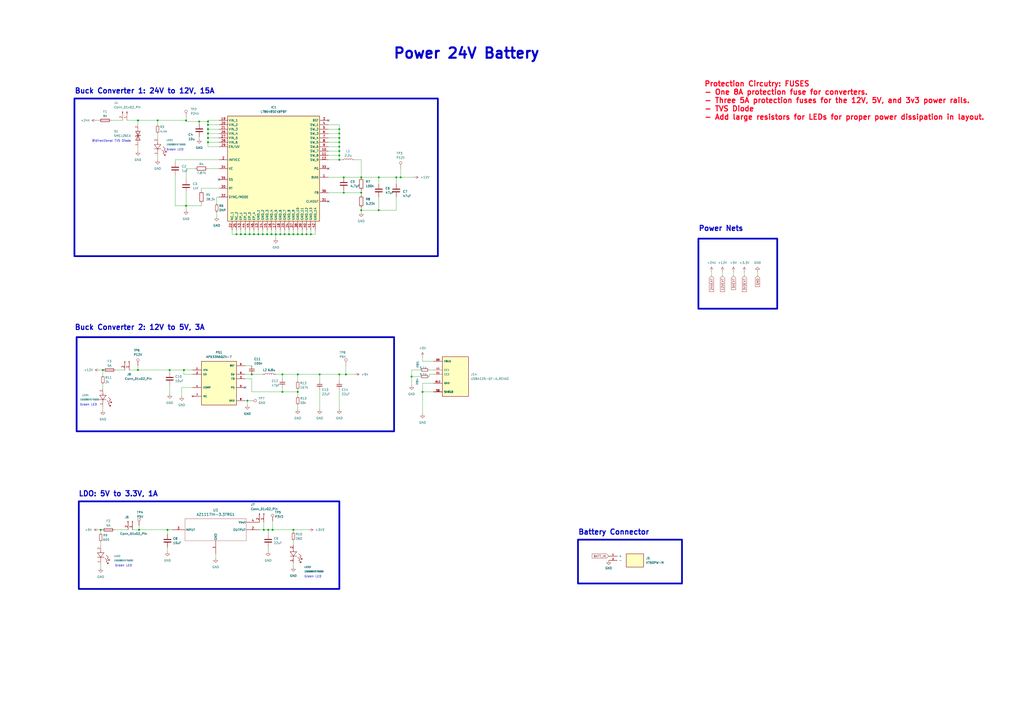
<source format=kicad_sch>
(kicad_sch (version 20231120) (generator "eeschema") (generator_version "8.0")
  (paper "A2")
  (lib_symbols
    (symbol "2024-02-15_17-38-45:AZ1117IH-3.3TRG1" (pin_names (offset 0.254))
      (property "Reference" "U1" (at 25.4 10.16 0))
      (property "Value" "AZ1117IH-3.3TRG1" (at 25.4 7.62 0))
      (symbol "AZ1117IH-3.3TRG1_0_1"
        (pin output line (at 50.8 -1.27 180) (length 7.62) (name "OUTPUT") (number "2"))
      )
      (symbol "AZ1117IH-3.3TRG1_1_1"
        (pin power_out line (at 25.4 -15.24 90) (length 7.62) (name "GND") (number "1"))
        (pin input line (at 0 -1.27 0) (length 7.62) (name "INPUT") (number "3"))
        (pin input line (at 50.8 3.175 180) (length 7.62) (name "Vout") (number "4"))
      )
    )
    (symbol "2024-02-25_19-51-49:150080VS75000" (pin_names (offset 0.254))
      (property "Reference" "LED" (at 5.08 -4.445 0))
      (property "Value" "150080VS75000" (at 5.08 -7.62 0))
      (symbol "150080VS75000_1_1"
        (pin unspecified line (at 10.16 0 180) (length 2.54) (name "") (number "1"))
        (pin unspecified line (at 0 0 0) (length 2.54) (name "") (number "2"))
      )
    )
    (symbol "AP63356QZV-7:AP63356QZV-7" (pin_names (offset 1.016))
      (property "Reference" "PS" (at -10.16 13.97 0))
      (property "Value" "AP63356QZV-7" (at -10.16 -13.97 0))
      (symbol "AP63356QZV-7_0_0"
        (pin input line (at -15.24 7.62 0) (length 5.08) (name "VIN") (number "1"))
        (pin input line (at -15.24 5.08 0) (length 5.08) (name "EN") (number "2"))
        (pin input line (at 15.24 2.54 180) (length 5.08) (name "FB") (number "3"))
        (pin passive line (at -15.24 -2.54 0) (length 5.08) (name "COMP") (number "4"))
        (pin output line (at 15.24 -2.54 180) (length 5.08) (name "PG") (number "5"))
        (pin input line (at 15.24 10.16 180) (length 5.08) (name "BST") (number "6"))
        (pin no_connect line (at -15.24 -7.62 0) (length 5.08) (name "NC") (number "7"))
        (pin power_in line (at 15.24 -10.16 180) (length 5.08) (name "GND") (number "8"))
        (pin output line (at 15.24 5.08 180) (length 5.08) (name "SW") (number "9"))
      )
    )
    (symbol "Connector:Conn_01x02_Pin" (pin_names (offset 1.016) hide)
      (property "Reference" "J" (at 0 2.54 0))
      (property "Value" "Conn_01x02_Pin" (at 0 -5.08 0))
      (symbol "Conn_01x02_Pin_1_1"
        (pin passive line (at 5.08 0 180) (length 3.81) (name "Pin_1") (number "1"))
        (pin passive line (at 5.08 -2.54 180) (length 3.81) (name "Pin_2") (number "2"))
      )
    )
    (symbol "Connector:TestPoint" (pin_numbers hide) (pin_names (offset 0.762) hide)
      (property "Reference" "TP" (at 0 6.858 0))
      (property "Value" "TestPoint" (at 0 5.08 0))
      (symbol "TestPoint_1_1"
        (pin passive line (at 0 0 90) (length 2.54) (name "1") (number "1"))
      )
    )
    (symbol "Device:C" (pin_numbers hide) (pin_names (offset 0.254))
      (property "Reference" "C" (at 0.635 2.54 0))
      (property "Value" "C" (at 0.635 -2.54 0))
      (symbol "C_1_1"
        (pin passive line (at 0 3.81 270) (length 2.794) (name "~") (number "1"))
        (pin passive line (at 0 -3.81 90) (length 2.794) (name "~") (number "2"))
      )
    )
    (symbol "Device:C_Small" (pin_numbers hide) (pin_names (offset 0.254) hide)
      (property "Reference" "C" (at 0.254 1.778 0))
      (property "Value" "C_Small" (at 0.254 -2.032 0))
      (symbol "C_Small_1_1"
        (pin passive line (at 0 2.54 270) (length 2.032) (name "~") (number "1"))
        (pin passive line (at 0 -2.54 90) (length 2.032) (name "~") (number "2"))
      )
    )
    (symbol "Device:Fuse" (pin_numbers hide) (pin_names (offset 0))
      (property "Reference" "F" (at 2.032 0 90))
      (property "Value" "Fuse" (at -1.905 0 90))
      (symbol "Fuse_1_1"
        (pin passive line (at 0 3.81 270) (length 1.27) (name "~") (number "1"))
        (pin passive line (at 0 -3.81 90) (length 1.27) (name "~") (number "2"))
      )
    )
    (symbol "Device:L" (pin_numbers hide) (pin_names (offset 1.016) hide)
      (property "Reference" "L" (at -1.27 0 90))
      (property "Value" "L" (at 1.905 0 90))
      (symbol "L_1_1"
        (pin passive line (at 0 3.81 270) (length 1.27) (name "1") (number "1"))
        (pin passive line (at 0 -3.81 90) (length 1.27) (name "2") (number "2"))
      )
    )
    (symbol "Device:R" (pin_numbers hide) (pin_names (offset 0))
      (property "Reference" "R" (at 2.032 0 90))
      (property "Value" "R" (at 0 0 90))
      (symbol "R_1_1"
        (pin passive line (at 0 3.81 270) (length 1.27) (name "~") (number "1"))
        (pin passive line (at 0 -3.81 90) (length 1.27) (name "~") (number "2"))
      )
    )
    (symbol "Device:R_Small" (pin_numbers hide) (pin_names (offset 0.254) hide)
      (property "Reference" "R" (at 0.762 0.508 0))
      (property "Value" "R_Small" (at 0.762 -1.016 0))
      (symbol "R_Small_1_1"
        (pin passive line (at 0 2.54 270) (length 0.762) (name "~") (number "1"))
        (pin passive line (at 0 -2.54 90) (length 0.762) (name "~") (number "2"))
      )
    )
    (symbol "GND_1" (power) (pin_numbers hide) (pin_names (offset 0) hide)
      (property "Value" "GND" (at 0 -3.81 0))
      (symbol "GND_1_1_1"
        (pin power_in line (at 0 0 270) (length 0) (name "~") (number "1"))
      )
    )
    (symbol "GND_2" (power) (pin_numbers hide) (pin_names (offset 0) hide)
      (property "Value" "GND" (at 0 -3.81 0))
      (symbol "GND_2_1_1"
        (pin power_in line (at 0 0 270) (length 0) (name "~") (number "1"))
      )
    )
    (symbol "LT8648SEV#PBF:LT8648SEV#PBF"
      (property "Reference" "IC1" (at 31.75 7.62 0))
      (property "Value" "LT8648SEV#PBF" (at 31.75 5.08 0))
      (symbol "LT8648SEV#PBF_1_1"
        (pin passive line (at 63.5 -33.02 180) (length 5.08) (name "BIAS") (number "1"))
        (pin passive line (at 63.5 -17.78 180) (length 5.08) (name "SW_7") (number "10"))
        (pin passive line (at 63.5 -20.32 180) (length 5.08) (name "SW_8") (number "11"))
        (pin passive line (at 63.5 -22.86 180) (length 5.08) (name "SW_9") (number "12"))
        (pin passive line (at 22.86 -63.5 90) (length 5.08) (name "GND_1") (number "13"))
        (pin passive line (at 25.4 -63.5 90) (length 5.08) (name "GND_2") (number "14"))
        (pin passive line (at 27.94 -63.5 90) (length 5.08) (name "GND_3") (number "15"))
        (pin passive line (at 30.48 -63.5 90) (length 5.08) (name "GND_4") (number "16"))
        (pin passive line (at 33.02 -63.5 90) (length 5.08) (name "GND_5") (number "17"))
        (pin passive line (at 35.56 -63.5 90) (length 5.08) (name "GND_6") (number "18"))
        (pin passive line (at 0 0 0) (length 5.08) (name "VIN_1") (number "19"))
        (pin passive line (at 0 -22.86 0) (length 5.08) (name "INTVCC") (number "2"))
        (pin passive line (at 0 -2.54 0) (length 5.08) (name "VIN_2") (number "20"))
        (pin passive line (at 0 -5.08 0) (length 5.08) (name "VIN_3") (number "21"))
        (pin passive line (at 7.62 -63.5 90) (length 5.08) (name "NC_1") (number "22"))
        (pin passive line (at 38.1 -63.5 90) (length 5.08) (name "GND_7") (number "23"))
        (pin passive line (at 40.64 -63.5 90) (length 5.08) (name "GND_8") (number "24"))
        (pin passive line (at 10.16 -63.5 90) (length 5.08) (name "NC_2") (number "25"))
        (pin passive line (at 0 -7.62 0) (length 5.08) (name "VIN_4") (number "26"))
        (pin passive line (at 0 -10.16 0) (length 5.08) (name "VIN_5") (number "27"))
        (pin passive line (at 0 -12.7 0) (length 5.08) (name "VIN_6") (number "28"))
        (pin passive line (at 0 -15.24 0) (length 5.08) (name "EN/UV") (number "29"))
        (pin passive line (at 63.5 0 180) (length 5.08) (name "BST") (number "3"))
        (pin passive line (at 0 -39.37 0) (length 5.08) (name "RT") (number "30"))
        (pin passive line (at 63.5 -46.99 180) (length 5.08) (name "CLKOUT") (number "31"))
        (pin passive line (at 0 -44.45 0) (length 5.08) (name "SYNC/MODE") (number "32"))
        (pin passive line (at 63.5 -27.94 180) (length 5.08) (name "PG") (number "33"))
        (pin passive line (at 0 -27.94 0) (length 5.08) (name "VC") (number "34"))
        (pin passive line (at 0 -34.29 0) (length 5.08) (name "SS") (number "35"))
        (pin passive line (at 63.5 -41.91 180) (length 5.08) (name "FB") (number "36"))
        (pin passive line (at 43.18 -63.5 90) (length 5.08) (name "GND_9") (number "37"))
        (pin passive line (at 45.72 -63.5 90) (length 5.08) (name "GND_10") (number "38"))
        (pin passive line (at 48.26 -63.5 90) (length 5.08) (name "GND_11") (number "39"))
        (pin passive line (at 63.5 -2.54 180) (length 5.08) (name "SW_1") (number "4"))
        (pin passive line (at 50.8 -63.5 90) (length 5.08) (name "GND_12") (number "40"))
        (pin passive line (at 53.34 -63.5 90) (length 5.08) (name "GND_13") (number "41"))
        (pin passive line (at 55.88 -63.5 90) (length 5.08) (name "GND_14") (number "42"))
        (pin passive line (at 12.7 -63.5 90) (length 5.08) (name "EP_1") (number "43"))
        (pin passive line (at 15.24 -63.5 90) (length 5.08) (name "EP_2") (number "44"))
        (pin passive line (at 17.78 -63.5 90) (length 5.08) (name "EP_3") (number "45"))
        (pin passive line (at 20.32 -63.5 90) (length 5.08) (name "EP_4") (number "46"))
        (pin passive line (at 63.5 -5.08 180) (length 5.08) (name "SW_2") (number "5"))
        (pin passive line (at 63.5 -7.62 180) (length 5.08) (name "SW_3") (number "6"))
        (pin passive line (at 63.5 -10.16 180) (length 5.08) (name "SW_4") (number "7"))
        (pin passive line (at 63.5 -12.7 180) (length 5.08) (name "SW_5") (number "8"))
        (pin passive line (at 63.5 -15.24 180) (length 5.08) (name "SW_6") (number "9"))
      )
    )
    (symbol "SMCJ26CA:SMCJ26CA" (pin_names (offset 1.016))
      (property "Reference" "D" (at -7.62 2.413 0))
      (property "Value" "SMCJ26CA" (at -7.62 -4.953 0))
      (symbol "SMCJ26CA_0_0"
        (pin passive line (at -7.62 0 0) (length 2.54) (name "~") (number "1"))
        (pin passive line (at 5.08 0 180) (length 2.54) (name "~") (number "2"))
      )
    )
    (symbol "USB:USB4125-GF-A_REVA2" (pin_names (offset 1.016))
      (property "Reference" "J" (at -7.62 10.922 0))
      (property "Value" "USB4125-GF-A_REVA2" (at -7.62 -13.462 0))
      (symbol "USB4125-GF-A_REVA2_0_0"
        (pin power_in line (at -12.7 -5.08 0) (length 5.08) (name "GND") (number "A12"))
        (pin bidirectional line (at -12.7 2.54 0) (length 5.08) (name "CC1") (number "A5"))
        (pin power_in line (at -12.7 7.62 0) (length 5.08) (name "VBUS") (number "A9"))
        (pin power_in line (at -12.7 -5.08 0) (length 5.08) (name "GND") (number "B12"))
        (pin bidirectional line (at -12.7 0 0) (length 5.08) (name "CC2") (number "B5"))
        (pin power_in line (at -12.7 7.62 0) (length 5.08) (name "VBUS") (number "B9"))
        (pin passive line (at -12.7 -10.16 0) (length 5.08) (name "SHIELD") (number "S1"))
        (pin passive line (at -12.7 -10.16 0) (length 5.08) (name "SHIELD") (number "S2"))
        (pin passive line (at -12.7 -10.16 0) (length 5.08) (name "SHIELD") (number "S3"))
        (pin passive line (at -12.7 -10.16 0) (length 5.08) (name "SHIELD") (number "S4"))
      )
    )
    (symbol "XT60PW-M:XT60PW-M" (pin_names (offset 1.016))
      (property "Reference" "J" (at -5.08 5.7234 0))
      (property "Value" "XT60PW-M" (at 0 3.81 0))
      (symbol "XT60PW-M_0_0"
        (pin passive line (at -10.16 2.54 0) (length 5.08) (name "+") (number "1"))
        (pin passive line (at -10.16 0 0) (length 5.08) (name "-") (number "2"))
      )
    )
    (symbol "power:+12V" (power) (pin_names (offset 0))
      (property "Value" "+12V" (at 0 3.556 0))
      (symbol "+12V_1_1"
        (pin power_in line (at 0 0 90) (length 0) hide (name "+12V") (number "1"))
      )
    )
    (symbol "power:+24V" (power) (pin_names (offset 0))
      (property "Value" "+24V" (at 0 3.556 0))
      (symbol "+24V_1_1"
        (pin power_in line (at 0 0 90) (length 0) hide (name "+24V") (number "1"))
      )
    )
    (symbol "power:+3.3V" (power) (pin_numbers hide) (pin_names (offset 0) hide)
      (property "Value" "+3.3V" (at 0 3.556 0))
      (symbol "+3.3V_1_1"
        (pin power_in line (at 0 0 90) (length 0) (name "~") (number "1"))
      )
    )
    (symbol "power:+3V3" (power) (pin_names (offset 0))
      (property "Value" "+3V3" (at 0 3.556 0))
      (symbol "+3V3_1_1"
        (pin power_in line (at 0 0 90) (length 0) hide (name "+3V3") (number "1"))
      )
    )
    (symbol "power:+5V" (power) (pin_names (offset 0))
      (property "Value" "+5V" (at 0 3.556 0))
      (symbol "+5V_1_1"
        (pin power_in line (at 0 0 90) (length 0) hide (name "+5V") (number "1"))
      )
    )
    (symbol "power:GND" (power) (pin_names (offset 0))
      (property "Value" "GND" (at 0 -3.81 0))
      (symbol "GND_1_1"
        (pin power_in line (at 0 0 270) (length 0) hide (name "GND") (number "1"))
      )
    )
  )
  (junction (at 170.18 135.89))
  (junction (at 80.645 307.34))
  (junction (at 200.66 217.17))
  (junction (at 120.65 77.47))
  (junction (at 142.24 135.89))
  (junction (at 107.95 119.38))
  (junction (at 170.18 307.34))
  (junction (at 175.26 135.89))
  (junction (at 160.02 135.89))
  (junction (at 107.95 69.85))
  (junction (at 115.57 70.485))
  (junction (at 120.65 70.485))
  (junction (at 163.83 227.33))
  (junction (at 199.39 111.76))
  (junction (at 196.85 77.47))
  (junction (at 185.42 217.17))
  (junction (at 199.39 102.87))
  (junction (at 97.155 307.34))
  (junction (at 196.85 85.09))
  (junction (at 98.425 214.63))
  (junction (at 120.65 72.39))
  (junction (at 153.035 307.34))
  (junction (at 155.575 307.34))
  (junction (at 196.85 92.71))
  (junction (at 172.72 135.89))
  (junction (at 139.7 135.89))
  (junction (at 209.55 121.92))
  (junction (at 106.68 214.63))
  (junction (at 158.115 307.34))
  (junction (at 232.41 102.87))
  (junction (at 80.01 214.63))
  (junction (at 144.78 135.89))
  (junction (at 180.34 135.89))
  (junction (at 157.48 135.89))
  (junction (at 219.71 121.92))
  (junction (at 59.69 214.63))
  (junction (at 196.85 87.63))
  (junction (at 163.83 217.17))
  (junction (at 238.76 218.44))
  (junction (at 196.85 90.17))
  (junction (at 120.65 80.01))
  (junction (at 58.42 307.34))
  (junction (at 154.94 135.89))
  (junction (at 196.85 82.55))
  (junction (at 196.85 74.93))
  (junction (at 120.65 82.55))
  (junction (at 177.8 135.89))
  (junction (at 196.85 217.17))
  (junction (at 167.64 135.89))
  (junction (at 196.85 80.01))
  (junction (at 146.05 217.17))
  (junction (at 80.01 69.85))
  (junction (at 229.87 102.87))
  (junction (at 120.65 74.93))
  (junction (at 91.44 69.85))
  (junction (at 137.16 135.89))
  (junction (at 152.4 135.89))
  (junction (at 209.55 111.76))
  (junction (at 245.11 227.33))
  (junction (at 172.72 227.33))
  (junction (at 172.72 217.17))
  (junction (at 219.71 102.87))
  (junction (at 209.55 102.87))
  (junction (at 165.1 135.89))
  (junction (at 162.56 135.89))
  (junction (at 147.32 135.89))
  (junction (at 143.51 232.41))
  (junction (at 149.86 135.89))
  (no_connect (at 190.5 69.85))
  (no_connect (at 142.24 224.79))
  (no_connect (at 127 104.14))
  (no_connect (at 190.5 97.79))
  (no_connect (at 190.5 116.84))
  (wire (pts (xy 238.76 223.52) (xy 238.76 218.44)))
  (wire (pts (xy 219.71 106.68) (xy 219.71 102.87)))
  (wire (pts (xy 120.65 82.55) (xy 120.65 80.01)))
  (wire (pts (xy 196.85 72.39) (xy 196.85 74.93)))
  (wire (pts (xy 144.78 135.89) (xy 147.32 135.89)))
  (wire (pts (xy 185.42 220.98) (xy 185.42 217.17)))
  (wire (pts (xy 248.92 217.17) (xy 251.46 217.17)))
  (wire (pts (xy 162.56 135.89) (xy 165.1 135.89)))
  (wire (pts (xy 143.51 232.41) (xy 144.78 232.41)))
  (wire (pts (xy 190.5 90.17) (xy 196.85 90.17)))
  (wire (pts (xy 157.48 133.35) (xy 157.48 135.89)))
  (wire (pts (xy 139.7 133.35) (xy 139.7 135.89)))
  (wire (pts (xy 80.01 212.09) (xy 80.01 214.63)))
  (wire (pts (xy 67.31 214.63) (xy 72.39 214.63)))
  (wire (pts (xy 196.85 226.06) (xy 196.85 237.49)))
  (wire (pts (xy 150.495 307.34) (xy 153.035 307.34)))
  (wire (pts (xy 165.1 135.89) (xy 167.64 135.89)))
  (wire (pts (xy 137.16 135.89) (xy 139.7 135.89)))
  (wire (pts (xy 200.66 212.09) (xy 200.66 217.17)))
  (wire (pts (xy 172.72 217.17) (xy 163.83 217.17)))
  (wire (pts (xy 80.01 69.85) (xy 80.01 72.39)))
  (wire (pts (xy 64.77 69.85) (xy 71.12 69.85)))
  (wire (pts (xy 248.92 218.44) (xy 248.92 217.17)))
  (wire (pts (xy 167.64 133.35) (xy 167.64 135.89)))
  (wire (pts (xy 163.83 227.33) (xy 172.72 227.33)))
  (wire (pts (xy 245.11 227.33) (xy 245.11 240.03)))
  (wire (pts (xy 80.01 69.85) (xy 91.44 69.85)))
  (wire (pts (xy 190.5 77.47) (xy 196.85 77.47)))
  (wire (pts (xy 229.87 102.87) (xy 219.71 102.87)))
  (wire (pts (xy 107.95 69.85) (xy 107.95 70.485)))
  (wire (pts (xy 229.87 121.92) (xy 219.71 121.92)))
  (wire (pts (xy 73.66 69.85) (xy 80.01 69.85)))
  (wire (pts (xy 232.41 102.87) (xy 229.87 102.87)))
  (wire (pts (xy 190.5 111.76) (xy 199.39 111.76)))
  (wire (pts (xy 125.095 321.31) (xy 125.095 323.85)))
  (wire (pts (xy 91.44 90.17) (xy 91.44 92.71)))
  (wire (pts (xy 107.95 111.76) (xy 107.95 119.38)))
  (wire (pts (xy 120.65 97.79) (xy 127 97.79)))
  (wire (pts (xy 180.34 135.89) (xy 182.88 135.89)))
  (wire (pts (xy 182.88 135.89) (xy 182.88 133.35)))
  (wire (pts (xy 80.01 85.09) (xy 80.01 87.63)))
  (wire (pts (xy 162.56 133.35) (xy 162.56 135.89)))
  (wire (pts (xy 196.85 217.17) (xy 200.66 217.17)))
  (wire (pts (xy 412.75 157.48) (xy 412.75 160.02)))
  (wire (pts (xy 157.48 135.89) (xy 160.02 135.89)))
  (wire (pts (xy 101.6 119.38) (xy 107.95 119.38)))
  (wire (pts (xy 120.65 70.485) (xy 115.57 70.485)))
  (wire (pts (xy 160.02 133.35) (xy 160.02 135.89)))
  (wire (pts (xy 120.65 72.39) (xy 127 72.39)))
  (wire (pts (xy 196.85 85.09) (xy 196.85 87.63)))
  (wire (pts (xy 245.11 227.33) (xy 251.46 227.33)))
  (wire (pts (xy 57.15 307.34) (xy 58.42 307.34)))
  (wire (pts (xy 175.26 135.89) (xy 177.8 135.89)))
  (wire (pts (xy 111.76 217.17) (xy 106.68 217.17)))
  (wire (pts (xy 143.51 232.41) (xy 142.24 232.41)))
  (wire (pts (xy 137.16 133.35) (xy 137.16 135.89)))
  (wire (pts (xy 125.73 114.3) (xy 125.73 118.11)))
  (wire (pts (xy 91.44 77.47) (xy 91.44 80.01)))
  (wire (pts (xy 251.46 222.25) (xy 245.11 222.25)))
  (wire (pts (xy 199.39 102.87) (xy 209.55 102.87)))
  (wire (pts (xy 111.76 214.63) (xy 106.68 214.63)))
  (wire (pts (xy 163.83 217.17) (xy 160.02 217.17)))
  (wire (pts (xy 142.24 135.89) (xy 144.78 135.89)))
  (wire (pts (xy 172.72 227.33) (xy 172.72 229.87)))
  (wire (pts (xy 245.11 222.25) (xy 245.11 227.33)))
  (wire (pts (xy 147.32 133.35) (xy 147.32 135.89)))
  (wire (pts (xy 190.5 80.01) (xy 196.85 80.01)))
  (wire (pts (xy 172.72 135.89) (xy 175.26 135.89)))
  (wire (pts (xy 229.87 114.3) (xy 229.87 121.92)))
  (wire (pts (xy 97.155 309.88) (xy 97.155 307.34)))
  (wire (pts (xy 170.18 307.34) (xy 179.07 307.34)))
  (wire (pts (xy 419.1 157.48) (xy 419.1 160.02)))
  (wire (pts (xy 144.78 133.35) (xy 144.78 135.89)))
  (wire (pts (xy 238.76 214.63) (xy 238.76 218.44)))
  (wire (pts (xy 127 69.85) (xy 120.65 69.85)))
  (wire (pts (xy 155.575 307.34) (xy 158.115 307.34)))
  (wire (pts (xy 107.95 70.485) (xy 115.57 70.485)))
  (wire (pts (xy 172.72 226.06) (xy 172.72 227.33)))
  (wire (pts (xy 91.44 69.85) (xy 91.44 72.39)))
  (wire (pts (xy 120.65 85.09) (xy 120.65 82.55)))
  (wire (pts (xy 55.88 69.85) (xy 57.15 69.85)))
  (wire (pts (xy 196.85 77.47) (xy 196.85 80.01)))
  (wire (pts (xy 154.94 133.35) (xy 154.94 135.89)))
  (wire (pts (xy 59.69 214.63) (xy 57.785 214.63)))
  (wire (pts (xy 98.425 214.63) (xy 98.425 215.9)))
  (wire (pts (xy 170.18 135.89) (xy 172.72 135.89)))
  (wire (pts (xy 146.05 219.71) (xy 146.05 227.33)))
  (wire (pts (xy 177.8 135.89) (xy 180.34 135.89)))
  (wire (pts (xy 120.65 77.47) (xy 120.65 74.93)))
  (wire (pts (xy 170.18 326.39) (xy 170.18 328.93)))
  (wire (pts (xy 120.65 80.01) (xy 127 80.01)))
  (wire (pts (xy 80.645 307.34) (xy 97.155 307.34)))
  (wire (pts (xy 209.55 121.92) (xy 209.55 120.65)))
  (wire (pts (xy 58.42 307.34) (xy 58.42 309.245)))
  (wire (pts (xy 153.035 307.34) (xy 155.575 307.34)))
  (wire (pts (xy 243.84 214.63) (xy 238.76 214.63)))
  (wire (pts (xy 149.86 133.35) (xy 149.86 135.89)))
  (wire (pts (xy 115.57 70.485) (xy 115.57 71.755)))
  (wire (pts (xy 170.18 313.69) (xy 170.18 316.23)))
  (wire (pts (xy 232.41 97.79) (xy 232.41 102.87)))
  (wire (pts (xy 59.69 214.63) (xy 59.69 217.805)))
  (wire (pts (xy 155.575 317.5) (xy 155.575 320.04)))
  (wire (pts (xy 115.57 79.375) (xy 115.57 80.645)))
  (wire (pts (xy 107.95 97.79) (xy 107.95 104.14)))
  (wire (pts (xy 127 85.09) (xy 120.65 85.09)))
  (wire (pts (xy 127 82.55) (xy 120.65 82.55)))
  (wire (pts (xy 142.24 219.71) (xy 146.05 219.71)))
  (wire (pts (xy 190.5 87.63) (xy 196.85 87.63)))
  (wire (pts (xy 111.76 224.79) (xy 105.41 224.79)))
  (wire (pts (xy 142.24 217.17) (xy 146.05 217.17)))
  (wire (pts (xy 153.035 302.895) (xy 153.035 307.34)))
  (wire (pts (xy 425.45 157.48) (xy 425.45 160.02)))
  (wire (pts (xy 229.87 106.68) (xy 229.87 102.87)))
  (wire (pts (xy 142.24 212.09) (xy 146.05 212.09)))
  (wire (pts (xy 120.65 72.39) (xy 120.65 70.485)))
  (wire (pts (xy 172.72 220.98) (xy 172.72 217.17)))
  (wire (pts (xy 106.68 217.17) (xy 106.68 214.63)))
  (wire (pts (xy 101.6 101.6) (xy 101.6 119.38)))
  (wire (pts (xy 120.65 74.93) (xy 120.65 72.39)))
  (wire (pts (xy 160.02 135.89) (xy 162.56 135.89)))
  (wire (pts (xy 196.85 90.17) (xy 196.85 92.71)))
  (wire (pts (xy 248.92 214.63) (xy 251.46 214.63)))
  (wire (pts (xy 158.115 307.34) (xy 170.18 307.34)))
  (wire (pts (xy 107.95 119.38) (xy 116.84 119.38)))
  (wire (pts (xy 127 114.3) (xy 125.73 114.3)))
  (wire (pts (xy 127 109.22) (xy 116.84 109.22)))
  (wire (pts (xy 66.675 307.34) (xy 74.295 307.34)))
  (wire (pts (xy 120.65 80.01) (xy 120.65 77.47)))
  (wire (pts (xy 97.155 317.5) (xy 97.155 320.04)))
  (wire (pts (xy 209.55 102.87) (xy 209.55 92.71)))
  (wire (pts (xy 154.94 135.89) (xy 157.48 135.89)))
  (wire (pts (xy 219.71 121.92) (xy 209.55 121.92)))
  (wire (pts (xy 190.5 72.39) (xy 196.85 72.39)))
  (wire (pts (xy 97.155 307.34) (xy 99.695 307.34)))
  (wire (pts (xy 165.1 133.35) (xy 165.1 135.89)))
  (wire (pts (xy 439.42 157.48) (xy 439.42 160.02)))
  (wire (pts (xy 76.835 307.34) (xy 80.645 307.34)))
  (wire (pts (xy 113.03 97.79) (xy 107.95 97.79)))
  (wire (pts (xy 107.95 67.945) (xy 107.95 69.85)))
  (wire (pts (xy 146.05 217.17) (xy 152.4 217.17)))
  (wire (pts (xy 105.41 224.79) (xy 105.41 229.87)))
  (wire (pts (xy 180.34 133.35) (xy 180.34 135.89)))
  (wire (pts (xy 152.4 133.35) (xy 152.4 135.89)))
  (wire (pts (xy 98.425 223.52) (xy 98.425 228.6)))
  (wire (pts (xy 59.69 222.885) (xy 59.69 225.425)))
  (wire (pts (xy 147.32 135.89) (xy 149.86 135.89)))
  (wire (pts (xy 185.42 226.06) (xy 185.42 237.49)))
  (wire (pts (xy 158.115 302.26) (xy 158.115 307.34)))
  (wire (pts (xy 196.85 74.93) (xy 196.85 77.47)))
  (wire (pts (xy 232.41 102.87) (xy 240.03 102.87)))
  (wire (pts (xy 431.8 157.48) (xy 431.8 160.02)))
  (wire (pts (xy 125.73 123.19) (xy 125.73 125.73)))
  (wire (pts (xy 80.01 214.63) (xy 98.425 214.63)))
  (wire (pts (xy 160.02 135.89) (xy 160.02 138.43)))
  (wire (pts (xy 120.65 70.485) (xy 120.65 69.85)))
  (wire (pts (xy 59.69 235.585) (xy 59.69 238.125)))
  (wire (pts (xy 163.83 219.71) (xy 163.83 217.17)))
  (wire (pts (xy 142.24 133.35) (xy 142.24 135.89)))
  (wire (pts (xy 196.85 217.17) (xy 196.85 220.98)))
  (wire (pts (xy 80.645 304.8) (xy 80.645 307.34)))
  (wire (pts (xy 116.84 109.22) (xy 116.84 110.49)))
  (wire (pts (xy 107.95 119.38) (xy 107.95 121.92)))
  (wire (pts (xy 143.51 234.95) (xy 143.51 232.41)))
  (wire (pts (xy 209.55 92.71) (xy 205.74 92.71)))
  (wire (pts (xy 91.44 69.85) (xy 107.95 69.85)))
  (wire (pts (xy 200.66 217.17) (xy 205.74 217.17)))
  (wire (pts (xy 152.4 135.89) (xy 154.94 135.89)))
  (wire (pts (xy 196.85 92.71) (xy 198.12 92.71)))
  (wire (pts (xy 58.42 307.34) (xy 59.055 307.34)))
  (wire (pts (xy 134.62 133.35) (xy 134.62 135.89)))
  (wire (pts (xy 74.93 214.63) (xy 80.01 214.63)))
  (wire (pts (xy 163.83 224.79) (xy 163.83 227.33)))
  (wire (pts (xy 172.72 133.35) (xy 172.72 135.89)))
  (wire (pts (xy 172.72 217.17) (xy 185.42 217.17)))
  (wire (pts (xy 167.64 135.89) (xy 170.18 135.89)))
  (wire (pts (xy 245.11 207.01) (xy 245.11 209.55)))
  (wire (pts (xy 172.72 234.95) (xy 172.72 237.49)))
  (wire (pts (xy 196.85 80.01) (xy 196.85 82.55)))
  (wire (pts (xy 219.71 114.3) (xy 219.71 121.92)))
  (wire (pts (xy 146.05 227.33) (xy 163.83 227.33)))
  (wire (pts (xy 209.55 121.92) (xy 209.55 123.19)))
  (wire (pts (xy 120.65 74.93) (xy 127 74.93)))
  (wire (pts (xy 106.68 214.63) (xy 98.425 214.63)))
  (wire (pts (xy 101.6 93.98) (xy 101.6 92.71)))
  (wire (pts (xy 209.55 110.49) (xy 209.55 111.76)))
  (wire (pts (xy 116.84 119.38) (xy 116.84 118.11)))
  (wire (pts (xy 190.5 74.93) (xy 196.85 74.93)))
  (wire (pts (xy 58.42 327.025) (xy 58.42 329.565)))
  (wire (pts (xy 190.5 102.87) (xy 199.39 102.87)))
  (wire (pts (xy 170.18 307.34) (xy 170.18 308.61)))
  (wire (pts (xy 58.42 314.325) (xy 58.42 316.865)))
  (wire (pts (xy 139.7 135.89) (xy 142.24 135.89)))
  (wire (pts (xy 245.11 209.55) (xy 251.46 209.55)))
  (wire (pts (xy 170.18 133.35) (xy 170.18 135.89)))
  (wire (pts (xy 101.6 92.71) (xy 127 92.71)))
  (wire (pts (xy 238.76 218.44) (xy 243.84 218.44)))
  (wire (pts (xy 149.86 135.89) (xy 152.4 135.89)))
  (wire (pts (xy 134.62 135.89) (xy 137.16 135.89)))
  (wire (pts (xy 196.85 87.63) (xy 196.85 90.17)))
  (wire (pts (xy 190.5 85.09) (xy 196.85 85.09)))
  (wire (pts (xy 177.8 133.35) (xy 177.8 135.89)))
  (wire (pts (xy 190.5 92.71) (xy 196.85 92.71)))
  (wire (pts (xy 190.5 82.55) (xy 196.85 82.55)))
  (wire (pts (xy 175.26 133.35) (xy 175.26 135.89)))
  (wire (pts (xy 209.55 113.03) (xy 209.55 111.76)))
  (wire (pts (xy 155.575 309.88) (xy 155.575 307.34)))
  (wire (pts (xy 185.42 217.17) (xy 196.85 217.17)))
  (wire (pts (xy 120.65 77.47) (xy 127 77.47)))
  (wire (pts (xy 199.39 111.76) (xy 209.55 111.76)))
  (wire (pts (xy 196.85 82.55) (xy 196.85 85.09)))
  (wire (pts (xy 219.71 102.87) (xy 209.55 102.87)))
  (wire (pts (xy 199.39 110.49) (xy 199.39 111.76)))
  (rectangle (start 335.28 313.055) (end 395.605 338.455) (stroke (width 1)))
  (rectangle (start 45.72 290.83) (end 196.85 341.63) (stroke (width 1)))
  (rectangle (start 44.45 195.58) (end 228.6 250.19) (stroke (width 1)))
  (rectangle (start 405.13 138.43) (end 450.85 179.07) (stroke (width 1)))
  (rectangle (start 43.18 57.15) (end 254 148.59) (stroke (width 1)))
  (rectangle (start 128.905 292.1) (end 128.905 292.1))
  (text "Power Nets" (at 405.13 134.366 0) (effects (font (size 3 3) (thickness 0.6) (bold yes)) (justify left bottom)))
  (text "Green LED\n" (at 46.355 235.585 0) (effects (font (size 1.27 1.27)) (justify left bottom)))
  (text "LDO: 5V to 3.3V, 1A\n\n" (at 45.466 293.116 0) (effects (font (size 3 3) (thickness 0.6) (bold yes)) (justify left bottom)))
  (text "Green LED\n" (at 66.675 328.93 0) (effects (font (size 1.27 1.27)) (justify left bottom)))
  (text "Protection Circutry: FUSES\n- One 8A protection fuse for converters.\n- Three 5A protection fuses for the 12V, 5V, and 3v3 power rails.\n- TVS Diode\n- Add large resistors for LEDs for proper power dissipation in layout.\n\n\n  " (at 408.432 84.328 0) (effects (font (size 3 3) (bold yes)) (justify left bottom)))
  (text "Green LED\n" (at 96.52 87.63 0) (effects (font (size 1.27 1.27)) (justify left bottom)))
  (text "Bidirectional TVS Diode\n" (at 53.34 82.55 0) (effects (font (size 1.27 1.27)) (justify left bottom)))
  (text "Battery Connector" (at 335.28 310.515 0) (effects (font (size 3 3) (thickness 0.6) (bold yes)) (justify left bottom)))
  (text "Power 24V Battery\n" (at 227.838 34.544 0) (effects (font (size 6 6) (bold yes)) (justify left bottom)))
  (text "Buck Converter 2: 12V to 5V, 3A\n" (at 43.18 191.77 0) (effects (font (size 3 3) (thickness 0.6) (bold yes)) (justify left bottom)))
  (text "Buck Converter 1: 24V to 12V, 15A \n" (at 43.18 54.61 0) (effects (font (size 3 3) (thickness 0.6) (bold yes)) (justify left bottom)))
  (text "Green LED\n" (at 176.53 335.28 0) (effects (font (size 1.27 1.27)) (justify left bottom)))
  (global_label "3V3EXT" (shape input) (at 431.8 160.02 270) (property "Intersheetrefs" "${INTERSHEET_REFS}" (effects (hide yes))))
  (global_label "BATT_IN" (shape input) (at 353.06 322.58 180) (property "Intersheetrefs" "${INTERSHEET_REFS}" (effects (hide yes))))
  (global_label "24VEXT" (shape input) (at 412.75 160.02 270) (property "Intersheetrefs" "${INTERSHEET_REFS}" (effects (hide yes))))
  (global_label "GND" (shape input) (at 439.42 160.02 270) (property "Intersheetrefs" "${INTERSHEET_REFS}" (effects (hide yes))))
  (global_label "5VEXT" (shape input) (at 425.45 160.02 270) (property "Intersheetrefs" "${INTERSHEET_REFS}" (effects (hide yes))))
  (global_label "12VEXT" (shape input) (at 419.1 160.02 270) (property "Intersheetrefs" "${INTERSHEET_REFS}" (effects (hide yes))))
  (symbol (lib_id "Connector:TestPoint") (at 200.66 212.09 0) (unit 1)
    (property "Reference" "TP8" (at 196.85 204.47 0) (effects (justify left)))
    (property "Value" "P5V" (at 196.85 207.01 0) (effects (justify left)))
    (property "Footprint" "TestPoint:TestPoint_Pad_D2.0mm" (effects (hide yes)))
  )
  (symbol (lib_id "Device:C") (at 229.87 110.49 0) (unit 1)
    (property "Reference" "C7" (at 233.68 111.125 0) (effects (justify left)))
    (property "Value" "47uF" (at 233.68 113.665 0) (effects (justify left)))
    (property "Footprint" "Capacitor_SMD:C_1206_3216Metric" (effects (hide yes)))
  )
  (symbol (lib_id "Device:C") (at 107.95 107.95 0) (unit 1)
    (property "Reference" "C3" (at 111.76 106.6799 0) (effects (justify left)))
    (property "Value" "1nF" (at 111.76 109.2199 0) (effects (justify left)))
    (property "Footprint" "Capacitor_SMD:C_0805_2012Metric" (effects (hide yes)))
  )
  (symbol (lib_id "power:+12V") (at 240.03 102.87 270) (unit 1)
    (property "Reference" "#PWR016" (effects (hide yes)))
    (property "Value" "+12V" (at 243.84 102.87 90) (effects (justify left)))
  )
  (symbol (lib_id "Device:R_Small") (at 170.18 311.15 0) (unit 1)
    (property "Reference" "R10" (at 171.45 309.88 0) (effects (justify left)))
    (property "Value" "260" (at 171.45 312.42 0) (effects (justify left)))
    (property "Footprint" "Resistor_SMD:R_0805_2012Metric" (effects (hide yes)))
  )
  (symbol (lib_id "power:GND") (at 209.55 123.19 0) (unit 1)
    (property "Reference" "#PWR015" (effects (hide yes)))
    (property "Value" "GND" (at 209.55 128.27 0))
  )
  (symbol (lib_id "XT60PW-M:XT60PW-M") (at 363.22 325.12 0) (unit 1)
    (property "Reference" "J5" (at 374.65 323.85 0) (effects (justify left)))
    (property "Value" "XT60PW-M" (at 374.65 326.39 0) (effects (justify left)))
    (property "Footprint" "Connector_AMASS:AMASS_XT60PW-M_1x02_P7.20mm_Horizontal" (effects (hide yes)))
    (property "Description" "Socket, DC supply, male, PIN: 2" (effects (hide yes)))
    (property "MAXIMUM_PACKAGE_HEIGHT" "8.4 mm" (effects (hide yes)))
  )
  (symbol (lib_id "Device:C") (at 97.155 313.69 0) (unit 1)
    (property "Reference" "C8" (at 100.33 312.4199 0) (effects (justify left)))
    (property "Value" "10uF" (at 100.33 314.9599 0) (effects (justify left)))
    (property "Footprint" "Capacitor_SMD:C_0805_2012Metric" (effects (hide yes)))
  )
  (symbol (lib_id "Connector:Conn_01x02_Pin") (at 74.93 209.55 270) (unit 1)
    (property "Reference" "J8" (at 73.66 217.17 90) (effects (justify left)))
    (property "Value" "Conn_01x02_Pin" (at 72.39 219.71 90) (effects (justify left)))
    (property "Footprint" "Connector_PinHeader_2.54mm:PinHeader_1x02_P2.54mm_Vertical" (effects (hide yes)))
  )
  (symbol (lib_id "power:+3.3V") (at 431.8 157.48 0) (unit 1)
    (property "Reference" "#PWR042" (effects (hide yes)))
    (property "Value" "+3.3V" (at 431.8 152.4 0))
    (property "Description" "Power symbol creates a global label with name \"+3.3V\"" (effects (hide yes)))
  )
  (symbol (lib_id "Device:R") (at 209.55 106.68 180) (unit 1)
    (property "Reference" "R7" (at 212.09 105.41 0) (effects (justify right)))
    (property "Value" "100k" (at 212.09 107.95 0) (effects (justify right)))
    (property "Footprint" "Resistor_SMD:R_0805_2012Metric" (effects (hide yes)))
  )
  (symbol (lib_id "Connector:TestPoint") (at 80.645 304.8 0) (unit 1)
    (property "Reference" "TP4" (at 79.375 297.18 0) (effects (justify left)))
    (property "Value" "P5V" (at 79.375 299.72 0) (effects (justify left)))
    (property "Footprint" "TestPoint:TestPoint_Pad_D2.0mm" (effects (hide yes)))
  )
  (symbol (lib_id "power:+5V") (at 245.11 207.01 0) (unit 1)
    (property "Reference" "#PWR070" (effects (hide yes)))
    (property "Value" "+5V" (at 245.11 201.93 0))
  )
  (symbol (lib_id "Device:R_Small") (at 59.69 220.345 0) (unit 1)
    (property "Reference" "R11" (at 60.96 219.075 0) (effects (justify left)))
    (property "Value" "2k" (at 60.96 221.615 0) (effects (justify left)))
    (property "Footprint" "Resistor_SMD:R_0805_2012Metric" (effects (hide yes)))
  )
  (symbol (lib_id "Device:R_Small") (at 172.72 223.52 0) (unit 1)
    (property "Reference" "R12" (at 173.99 222.25 0) (effects (justify left)))
    (property "Value" "157k" (at 173.99 224.79 0) (effects (justify left)))
    (property "Footprint" "Resistor_SMD:R_0805_2012Metric" (effects (hide yes)))
  )
  (symbol (lib_id "Connector:Conn_01x02_Pin") (at 73.66 64.77 270) (unit 1)
    (property "Reference" "J4" (at 66.04 59.69 90) (effects (justify left)))
    (property "Value" "Conn_01x02_Pin" (at 66.04 62.23 90) (effects (justify left)))
    (property "Footprint" "Connector_PinHeader_2.54mm:PinHeader_1x02_P2.54mm_Vertical" (effects (hide yes)))
  )
  (symbol (lib_id "2024-02-25_19-51-49:150080VS75000") (at 170.18 316.23 270) (unit 1)
    (property "Reference" "LED3" (at 176.53 328.93 90) (effects (font (size 1 1)) (justify left)))
    (property "Value" "150080VS75000" (at 176.53 331.47 90) (effects (font (size 0.9 0.9)) (justify left)))
    (property "Footprint" "Footprints:LED_0VS75000_WRE" (effects (hide yes)))
    (property "Datasheet" "150080VS75000" (effects (hide yes)))
  )
  (symbol (lib_id "Device:L") (at 201.93 92.71 90) (unit 1)
    (property "Reference" "L1" (at 201.93 87.63 90))
    (property "Value" "2.2u" (at 201.93 90.17 90))
    (property "Footprint" "Inductor_SMD:L_0805_2012Metric" (effects (hide yes)))
  )
  (symbol (lib_id "Device:C") (at 115.57 75.565 0) (unit 1)
    (property "Reference" "C4" (at 109.22 78.105 0) (effects (justify left)))
    (property "Value" "10u" (at 109.22 80.645 0) (effects (justify left)))
    (property "Footprint" "Capacitor_SMD:C_0805_2012Metric" (effects (hide yes)))
  )
  (symbol (lib_id "Device:C_Small") (at 146.05 214.63 0) (unit 1)
    (property "Reference" "C11" (at 147.32 208.28 0) (effects (justify left)))
    (property "Value" "100n" (at 147.32 210.82 0) (effects (justify left)))
    (property "Footprint" "Capacitor_SMD:C_0805_2012Metric" (effects (hide yes)))
  )
  (symbol (lib_id "power:GND") (at 170.18 328.93 0) (unit 1)
    (property "Reference" "#PWR023" (effects (hide yes)))
    (property "Value" "GND" (at 170.18 334.01 0))
  )
  (symbol (lib_id "power:GND") (at 160.02 138.43 0) (unit 1)
    (property "Reference" "#PWR014" (effects (hide yes)))
    (property "Value" "GND" (at 160.02 143.51 0))
  )
  (symbol (lib_id "Device:L") (at 156.21 217.17 90) (unit 1)
    (property "Reference" "L2" (at 153.67 214.63 90))
    (property "Value" "6.8u" (at 157.48 214.63 90))
    (property "Footprint" "Inductor_SMD:L_0805_2012Metric" (effects (hide yes)))
  )
  (symbol (lib_id "Device:R_Small") (at 246.38 214.63 90) (unit 1)
    (property "Reference" "R85" (at 242.316 213.36 0) (effects (justify left)))
    (property "Value" "5.1k" (at 247.65 213.36 90) (effects (justify left)))
    (property "Footprint" "Resistor_SMD:R_0805_2012Metric" (effects (hide yes)))
  )
  (symbol (lib_id "power:GND") (at 185.42 237.49 0) (unit 1)
    (property "Reference" "#PWR031" (effects (hide yes)))
    (property "Value" "GND" (at 185.42 242.57 0))
  )
  (symbol (lib_id "power:GND") (at 172.72 237.49 0) (unit 1)
    (property "Reference" "#PWR030" (effects (hide yes)))
    (property "Value" "GND" (at 172.72 242.57 0))
  )
  (symbol (lib_id "power:GND") (at 98.425 228.6 0) (unit 1)
    (property "Reference" "#PWR027" (effects (hide yes)))
    (property "Value" "GND" (at 98.425 233.68 0))
  )
  (symbol (lib_id "Device:C_Small") (at 163.83 222.25 0) (unit 1)
    (property "Reference" "C12" (at 157.48 220.98 0) (effects (justify left)))
    (property "Value" "47pF" (at 157.48 223.52 0) (effects (justify left)))
    (property "Footprint" "Capacitor_SMD:C_0805_2012Metric" (effects (hide yes)))
  )
  (symbol (lib_id "power:+3V3") (at 179.07 307.34 270) (unit 1)
    (property "Reference" "#PWR024" (effects (hide yes)))
    (property "Value" "+3V3" (at 182.88 307.34 90) (effects (justify left)))
  )
  (symbol (lib_id "AP63356QZV-7:AP63356QZV-7") (at 127 222.25 0) (unit 1)
    (property "Reference" "PS1" (at 127 204.47 0))
    (property "Value" "AP63356QZV-7" (at 127 207.01 0))
    (property "Footprint" "Footprints:Buck_2" (effects (hide yes)))
    (property "Description" "Converter, DC to DC, 32V, 3.5A, low IQ, synchronous buck HE converter | Diodes Inc AP63356QZV-7" (effects (hide yes)))
    (property "MF" "Diodes Incorporated" (effects (hide yes)))
    (property "MAXIMUM_PACKAGE_HEIGHT" "0.9 mm" (effects (hide yes)))
    (property "Package" "PowerVFDFN-13 Diodes Inc." (effects (hide yes)))
    (property "Price" "None" (effects (hide yes)))
    (property "Check_prices" "https://www.snapeda.com/parts/AP63356QZV-7/Diodes+Inc./view-part/?ref=eda" (effects (hide yes)))
    (property "STANDARD" "Manufacturer Recommendations" (effects (hide yes)))
    (property "PARTREV" "1-2" (effects (hide yes)))
    (property "SnapEDA_Link" "https://www.snapeda.com/parts/AP63356QZV-7/Diodes+Inc./view-part/?ref=snap" (effects (hide yes)))
    (property "MP" "AP63356QZV-7" (effects (hide yes)))
    (property "Purchase-URL" "https://www.snapeda.com/api/url_track_click_mouser/?unipart_id=5823050&manufacturer=Diodes Incorporated&part_name=AP63356QZV-7&search_term=ap63356qzv-7" (effects (hide yes)))
    (property "MANUFACTURER" "DIODES" (effects (hide yes)))
    (property "Availability" "In Stock" (effects (hide yes)))
    (property "SNAPEDA_PN" "AP63356QZV-7" (effects (hide yes)))
  )
  (symbol (lib_id "Device:Fuse") (at 60.96 69.85 90) (unit 1)
    (property "Reference" "F1" (at 60.96 64.77 90))
    (property "Value" "8A" (at 60.96 67.31 90))
    (property "Footprint" "Fuse:Fuse_0805_2012Metric" (effects (hide yes)))
  )
  (symbol (lib_id "power:GND") (at 155.575 320.04 0) (unit 1)
    (property "Reference" "#PWR022" (effects (hide yes)))
    (property "Value" "GND" (at 155.575 325.12 0))
  )
  (symbol (lib_id "Device:R_Small") (at 172.72 232.41 0) (unit 1)
    (property "Reference" "R13" (at 173.99 231.14 0) (effects (justify left)))
    (property "Value" "30k" (at 173.99 233.68 0) (effects (justify left)))
    (property "Footprint" "Resistor_SMD:R_0805_2012Metric" (effects (hide yes)))
  )
  (symbol (lib_id "Device:C") (at 155.575 313.69 0) (unit 1)
    (property "Reference" "C9" (at 158.75 312.4199 0) (effects (justify left)))
    (property "Value" "22uF" (at 158.75 314.9599 0) (effects (justify left)))
    (property "Footprint" "Capacitor_SMD:C_0805_2012Metric" (effects (hide yes)))
  )
  (symbol (lib_id "power:GND") (at 107.95 121.92 0) (unit 1)
    (property "Reference" "#PWR011" (effects (hide yes)))
    (property "Value" "GND" (at 107.95 127 0))
  )
  (symbol (lib_id "2024-02-25_19-51-49:150080VS75000") (at 58.42 316.865 270) (unit 1)
    (property "Reference" "LED2" (at 66.04 322.58 90) (effects (font (size 1 1)) (justify left)))
    (property "Value" "150080VS75000" (at 66.04 325.12 90) (effects (font (size 0.9 0.9)) (justify left)))
    (property "Footprint" "Footprints:LED_0VS75000_WRE" (effects (hide yes)))
    (property "Datasheet" "150080VS75000" (effects (hide yes)))
  )
  (symbol (lib_id "power:+5V") (at 425.45 157.48 0) (unit 1)
    (property "Reference" "#PWR040" (effects (hide yes)))
    (property "Value" "+5V" (at 425.45 152.4 0))
    (property "Description" "Power symbol creates a global label with name \"+5V\"" (effects (hide yes)))
  )
  (symbol (lib_id "Device:C") (at 98.425 219.71 0) (unit 1)
    (property "Reference" "C10" (at 101.6 218.4399 0) (effects (justify left)))
    (property "Value" "10uF" (at 101.6 220.9799 0) (effects (justify left)))
    (property "Footprint" "Capacitor_SMD:C_0805_2012Metric" (effects (hide yes)))
  )
  (symbol (lib_id "power:GND") (at 58.42 329.565 0) (unit 1)
    (property "Reference" "#PWR019" (effects (hide yes)))
    (property "Value" "GND" (at 58.42 334.645 0))
  )
  (symbol (lib_id "Device:R") (at 116.84 114.3 180) (unit 1)
    (property "Reference" "R5" (at 119.38 113.03 0) (effects (justify right)))
    (property "Value" "38.3k" (at 119.38 115.57 0) (effects (justify right)))
    (property "Footprint" "Resistor_SMD:R_0805_2012Metric" (effects (hide yes)))
  )
  (symbol (lib_id "Connector:TestPoint") (at 80.01 212.09 0) (unit 1)
    (property "Reference" "TP6" (at 77.47 203.2 0) (effects (justify left)))
    (property "Value" "P12V" (at 77.47 205.74 0) (effects (justify left)))
    (property "Footprint" "TestPoint:TestPoint_Pad_D2.0mm" (effects (hide yes)))
  )
  (symbol (lib_id "power:GND") (at 143.51 234.95 0) (unit 1)
    (property "Reference" "#PWR029" (effects (hide yes)))
    (property "Value" "GND" (at 143.51 240.03 0))
  )
  (symbol (lib_id "Device:C_Small") (at 185.42 223.52 0) (unit 1)
    (property "Reference" "C13" (at 186.69 226.06 0) (effects (justify left)))
    (property "Value" "22uF" (at 186.69 228.6 0) (effects (justify left)))
    (property "Footprint" "Capacitor_SMD:C_0805_2012Metric" (effects (hide yes)))
  )
  (symbol (lib_id "Device:R_Small") (at 125.73 120.65 0) (unit 1)
    (property "Reference" "R6" (at 127 119.38 0) (effects (justify left)))
    (property "Value" "DNP" (at 127 121.92 0) (effects (justify left)))
    (property "Footprint" "Resistor_SMD:R_0805_2012Metric" (effects (hide yes)))
  )
  (symbol (lib_name "GND_1") (lib_id "power:GND") (at 245.11 240.03 0) (unit 1)
    (property "Reference" "#PWR069" (effects (hide yes)))
    (property "Value" "GND" (at 245.11 245.11 0))
    (property "Description" "Power symbol creates a global label with name \"GND\" , ground" (effects (hide yes)))
  )
  (symbol (lib_id "Device:Fuse") (at 62.865 307.34 90) (unit 1)
    (property "Reference" "F2" (at 62.865 302.26 90))
    (property "Value" "5A" (at 62.865 304.8 90))
    (property "Footprint" "Fuse:Fuse_0805_2012Metric" (effects (hide yes)))
  )
  (symbol (lib_id "USB:USB4125-GF-A_REVA2") (at 264.16 217.17 0) (unit 1)
    (property "Reference" "J14" (at 273.05 217.1699 0) (effects (justify left)))
    (property "Value" "USB4125-GF-A_REVA2" (at 273.05 219.7099 0) (effects (justify left)))
    (property "Footprint" "Footprints:GCT_USB4125-GF-A_REVA2" (effects (hide yes)))
    (property "MF" "Global Connector Technology" (effects (hide yes)))
    (property "MAXIMUM_PACKAGE_HEIGHT" "3.16 mm" (effects (hide yes)))
    (property "Package" "None" (effects (hide yes)))
    (property "Price" "None" (effects (hide yes)))
    (property "Check_prices" "https://www.snapeda.com/parts/USB4125-GF-A/Global+Connector+Technology/view-part/?ref=eda" (effects (hide yes)))
    (property "STANDARD" "Manufacturer Recommendations" (effects (hide yes)))
    (property "PARTREV" "Rev A2" (effects (hide yes)))
    (property "SnapEDA_Link" "https://www.snapeda.com/parts/USB4125-GF-A/Global+Connector+Technology/view-part/?ref=snap" (effects (hide yes)))
    (property "MP" "USB4125-GF-A" (effects (hide yes)))
    (property "Description_1" "\n                        \n                            USB Charge Only Connector Type C Horizontal Receptacle, 3.16mm profile, 6 Pins, Surface mount, Top mount, low cost\n                        \n" (effects (hide yes)))
    (property "Availability" "Not in stock" (effects (hide yes)))
    (property "MANUFACTURER" "GCT" (effects (hide yes)))
  )
  (symbol (lib_id "2024-02-15_17-38-45:AZ1117IH-3.3TRG1") (at 99.695 306.07 0) (unit 1)
    (property "Reference" "U1" (at 125.095 295.91 0) (effects (font (size 1.524 1.524))))
    (property "Value" "AZ1117IH-3.3TRG1" (at 125.095 298.45 0) (effects (font (size 1.524 1.524))))
    (property "Footprint" "Footprints:LDO" (effects (hide yes)))
    (property "Datasheet" "AZ1117IH-3.3TRG1" (effects (hide yes)))
  )
  (symbol (lib_id "power:GND") (at 91.44 92.71 0) (unit 1)
    (property "Reference" "#PWR010" (effects (hide yes)))
    (property "Value" "GND" (at 91.44 97.79 0))
  )
  (symbol (lib_id "power:+5V") (at 412.75 157.48 0) (unit 1)
    (property "Reference" "#PWR044" (effects (hide yes)))
    (property "Value" "+24V" (at 412.75 152.4 0))
    (property "Description" "Power symbol creates a global label with name \"+5V\"" (effects (hide yes)))
  )
  (symbol (lib_id "power:GND") (at 439.42 157.48 180) (unit 1)
    (property "Reference" "#PWR041" (effects (hide yes)))
    (property "Value" "GND" (at 439.42 152.4 0))
    (property "Description" "Power symbol creates a global label with name \"GND\" , ground" (effects (hide yes)))
  )
  (symbol (lib_id "power:+5V") (at 57.15 307.34 90) (unit 1)
    (property "Reference" "#PWR018" (effects (hide yes)))
    (property "Value" "+5V" (at 53.34 307.34 90) (effects (justify left)))
  )
  (symbol (lib_id "Device:R_Small") (at 91.44 74.93 0) (unit 1)
    (property "Reference" "R3" (at 92.71 73.66 0) (effects (justify left)))
    (property "Value" "4.4k" (at 92.71 76.2 0) (effects (justify left)))
    (property "Footprint" "Resistor_SMD:R_0805_2012Metric" (effects (hide yes)))
  )
  (symbol (lib_id "power:GND") (at 80.01 87.63 0) (unit 1)
    (property "Reference" "#PWR09" (effects (hide yes)))
    (property "Value" "GND" (at 80.01 92.71 0))
  )
  (symbol (lib_id "Device:C_Small") (at 196.85 223.52 0) (unit 1)
    (property "Reference" "C14" (at 198.12 226.06 0) (effects (justify left)))
    (property "Value" "22uF" (at 198.12 228.6 0) (effects (justify left)))
    (property "Footprint" "Capacitor_SMD:C_0805_2012Metric" (effects (hide yes)))
  )
  (symbol (lib_id "Device:R_Small") (at 246.38 218.44 90) (unit 1)
    (property "Reference" "R84" (at 242.062 223.266 0) (effects (justify left)))
    (property "Value" "5.1k" (at 247.65 217.17 90) (effects (justify left)))
    (property "Footprint" "Resistor_SMD:R_0805_2012Metric" (effects (hide yes)))
  )
  (symbol (lib_id "Device:R") (at 209.55 116.84 180) (unit 1)
    (property "Reference" "R8" (at 212.09 115.57 0) (effects (justify right)))
    (property "Value" "5.23k" (at 212.09 118.11 0) (effects (justify right)))
    (property "Footprint" "Resistor_SMD:R_0805_2012Metric" (effects (hide yes)))
  )
  (symbol (lib_id "power:GND") (at 97.155 320.04 0) (unit 1)
    (property "Reference" "#PWR020" (effects (hide yes)))
    (property "Value" "GND" (at 97.155 325.12 0))
  )
  (symbol (lib_id "Device:R") (at 116.84 97.79 90) (unit 1)
    (property "Reference" "R4" (at 116.84 95.25 90))
    (property "Value" "7.87k" (at 116.84 100.33 90))
    (property "Footprint" "Resistor_SMD:R_0805_2012Metric" (effects (hide yes)))
  )
  (symbol (lib_id "power:GND") (at 115.57 80.645 0) (unit 1)
    (property "Reference" "#PWR012" (effects (hide yes)))
    (property "Value" "GND" (at 115.57 85.725 0))
  )
  (symbol (lib_id "Connector:TestPoint") (at 144.78 232.41 270) (unit 1)
    (property "Reference" "TP7" (at 149.86 231.14 90) (effects (justify left)))
    (property "Value" "GND" (at 149.86 233.68 90) (effects (justify left)))
    (property "Footprint" "TestPoint:TestPoint_Pad_D2.0mm" (effects (hide yes)))
  )
  (symbol (lib_id "power:+5V") (at 205.74 217.17 270) (unit 1)
    (property "Reference" "#PWR033" (effects (hide yes)))
    (property "Value" "+5V" (at 209.55 217.17 90) (effects (justify left)))
  )
  (symbol (lib_id "2024-02-25_19-51-49:150080VS75000") (at 91.44 80.01 270) (unit 1)
    (property "Reference" "LED1" (at 96.52 81.28 90) (effects (font (size 1 1)) (justify left)))
    (property "Value" "150080VS75000" (at 96.52 83.82 90) (effects (font (size 0.9 0.9)) (justify left)))
    (property "Footprint" "Footprints:LED_0VS75000_WRE" (effects (hide yes)))
    (property "Datasheet" "150080VS75000" (effects (hide yes)))
  )
  (symbol (lib_id "power:+12V") (at 57.785 214.63 90) (unit 1)
    (property "Reference" "#PWR025" (effects (hide yes)))
    (property "Value" "+12V" (at 53.975 214.63 90) (effects (justify left)))
  )
  (symbol (lib_id "Device:R_Small") (at 58.42 311.785 0) (unit 1)
    (property "Reference" "R9" (at 59.69 310.515 0) (effects (justify left)))
    (property "Value" "600" (at 59.69 313.055 0) (effects (justify left)))
    (property "Footprint" "Resistor_SMD:R_0805_2012Metric" (effects (hide yes)))
  )
  (symbol (lib_id "Connector:Conn_01x02_Pin") (at 76.835 302.26 270) (unit 1)
    (property "Reference" "J6" (at 72.39 299.974 90) (effects (justify left)))
    (property "Value" "Conn_01x02_Pin" (at 69.596 309.626 90) (effects (justify left)))
    (property "Footprint" "Connector_PinHeader_2.54mm:PinHeader_1x02_P2.54mm_Vertical" (effects (hide yes)))
  )
  (symbol (lib_name "GND_2") (lib_id "power:GND") (at 238.76 223.52 0) (unit 1)
    (property "Reference" "#PWR071" (effects (hide yes)))
    (property "Value" "GND" (at 238.76 228.6 0))
    (property "Description" "Power symbol creates a global label with name \"GND\" , ground" (effects (hide yes)))
  )
  (symbol (lib_id "Connector:TestPoint") (at 107.95 67.945 0) (unit 1)
    (property "Reference" "TP2" (at 110.49 63.373 0) (effects (justify left)))
    (property "Value" "P24V" (at 110.49 65.913 0) (effects (justify left)))
    (property "Footprint" "TestPoint:TestPoint_Pad_D2.0mm" (effects (hide yes)))
  )
  (symbol (lib_id "power:GND") (at 105.41 229.87 0) (unit 1)
    (property "Reference" "#PWR028" (effects (hide yes)))
    (property "Value" "GND" (at 105.41 234.95 0))
  )
  (symbol (lib_id "power:GND") (at 196.85 237.49 0) (unit 1)
    (property "Reference" "#PWR032" (effects (hide yes)))
    (property "Value" "GND" (at 196.85 242.57 0))
  )
  (symbol (lib_id "Connector:TestPoint") (at 232.41 97.79 0) (unit 1)
    (property "Reference" "TP3" (at 229.87 88.9 0) (effects (justify left)))
    (property "Value" "P12V" (at 229.87 91.44 0) (effects (justify left)))
    (property "Footprint" "TestPoint:TestPoint_Pad_D2.0mm" (effects (hide yes)))
  )
  (symbol (lib_id "power:GND") (at 125.095 323.85 0) (unit 1)
    (property "Reference" "#PWR021" (effects (hide yes)))
    (property "Value" "GND" (at 125.095 328.93 0))
  )
  (symbol (lib_id "power:GND") (at 353.06 325.12 0) (unit 1)
    (property "Reference" "#PWR017" (effects (hide yes)))
    (property "Value" "GND" (at 353.06 329.565 0))
  )
  (symbol (lib_id "Connector:Conn_01x02_Pin") (at 153.035 297.815 270) (unit 1)
    (property "Reference" "J7" (at 145.415 292.735 90) (effects (justify left)))
    (property "Value" "Conn_01x02_Pin" (at 145.415 295.275 90) (effects (justify left)))
    (property "Footprint" "Connector_PinHeader_2.54mm:PinHeader_1x02_P2.54mm_Vertical" (effects (hide yes)))
  )
  (symbol (lib_id "power:+5V") (at 419.1 157.48 0) (unit 1)
    (property "Reference" "#PWR043" (effects (hide yes)))
    (property "Value" "+12V" (at 419.1 152.4 0))
    (property "Description" "Power symbol creates a global label with name \"+5V\"" (effects (hide yes)))
  )
  (symbol (lib_id "Device:C") (at 101.6 97.79 0) (unit 1)
    (property "Reference" "C2" (at 105.41 96.52 0) (effects (justify left)))
    (property "Value" "1uF" (at 105.41 99.06 0) (effects (justify left)))
    (property "Footprint" "Capacitor_SMD:C_0805_2012Metric" (effects (hide yes)))
  )
  (symbol (lib_id "SMCJ26CA:SMCJ26CA") (at 80.01 77.47 90) (unit 1)
    (property "Reference" "D1" (at 66.04 76.2 90) (effects (justify right)))
    (property "Value" "SMCJ26CA" (at 66.04 78.74 90) (effects (justify right)))
    (property "Footprint" "Footprints:D1_Bi-dir" (effects (hide yes)))
    (property "PARTREV" "11/20/15" (effects (hide yes)))
    (property "STANDARD" "IPC-7351B" (effects (hide yes)))
    (property "MAXIMUM_PACKAGE_HEIGHT" "2.62mm" (effects (hide yes)))
    (property "MANUFACTURER" "Diodes Incorporated" (effects (hide yes)))
  )
  (symbol (lib_id "power:GND") (at 125.73 125.73 0) (unit 1)
    (property "Reference" "#PWR013" (effects (hide yes)))
    (property "Value" "GND" (at 125.73 130.81 0))
  )
  (symbol (lib_id "Device:Fuse") (at 63.5 214.63 90) (unit 1)
    (property "Reference" "F3" (at 63.5 209.55 90))
    (property "Value" "5A" (at 63.5 212.09 90))
    (property "Footprint" "Fuse:Fuse_0805_2012Metric" (effects (hide yes)))
  )
  (symbol (lib_id "power:GND") (at 59.69 238.125 0) (unit 1)
    (property "Reference" "#PWR026" (effects (hide yes)))
    (property "Value" "GND" (at 59.69 243.205 0))
  )
  (symbol (lib_id "power:+24V") (at 55.88 69.85 90) (unit 1)
    (property "Reference" "#PWR08" (effects (hide yes)))
    (property "Value" "+24V" (at 52.07 69.85 90) (effects (justify left)))
  )
  (symbol (lib_id "Device:C") (at 199.39 106.68 0) (unit 1)
    (property "Reference" "C5" (at 203.2 105.4099 0) (effects (justify left)))
    (property "Value" "4.7pF" (at 203.2 107.9499 0) (effects (justify left)))
    (property "Footprint" "Capacitor_SMD:C_0805_2012Metric" (effects (hide yes)))
  )
  (symbol (lib_id "Device:C") (at 219.71 110.49 0) (unit 1)
    (property "Reference" "C6" (at 223.52 109.2199 0) (effects (justify left)))
    (property "Value" "47uF" (at 223.52 111.7599 0) (effects (justify left)))
    (property "Footprint" "Capacitor_SMD:C_1206_3216Metric" (effects (hide yes)))
  )
  (symbol (lib_id "2024-02-25_19-51-49:150080VS75000") (at 59.69 225.425 270) (unit 1)
    (property "Reference" "LED4" (at 47.625 229.235 90) (effects (font (size 1 1)) (justify left)))
    (property "Value" "150080VS75000" (at 46.355 231.775 90) (effects (font (size 0.9 0.9)) (justify left)))
    (property "Footprint" "Footprints:LED_0VS75000_WRE" (effects (hide yes)))
    (property "Datasheet" "150080VS75000" (effects (hide yes)))
  )
  (symbol (lib_id "LT8648SEV#PBF:LT8648SEV#PBF") (at 127 69.85 0) (unit 1)
    (property "Reference" "IC1" (at 158.75 62.23 0))
    (property "Value" "LT8648SEV#PBF" (at 158.75 64.77 0))
    (property "Footprint" "Footprints:Buck_1" (effects (hide yes)))
    (property "Datasheet" "https://www.analog.com/media/en/technical-documentation/data-sheets/LT8648S.pdf" (effects (hide yes)))
    (property "Height" "1.03" (effects (hide yes)))
    (property "Mouser Part Number" "584-LT8648SEV#PBF" (effects (hide yes)))
    (property "Mouser Price/Stock" "https://www.mouser.co.uk/ProductDetail/Analog-Devices/LT8648SEVPBF?qs=wnTfsH77Xs7yBL0bxPErUg%3D%3D" (effects (hide yes)))
    (property "Manufacturer_Name" "Analog Devices" (effects (hide yes)))
    (property "Manufacturer_Part_Number" "LT8648SEV#PBF" (effects (hide yes)))
  )
  (symbol (lib_id "Connector:TestPoint") (at 158.115 302.26 0) (unit 1)
    (property "Reference" "TP5" (at 159.385 297.18 0) (effects (justify left)))
    (property "Value" "P3V3" (at 159.385 299.72 0) (effects (justify left)))
    (property "Footprint" "TestPoint:TestPoint_Pad_D2.0mm" (effects (hide yes)))
  )
)
</source>
